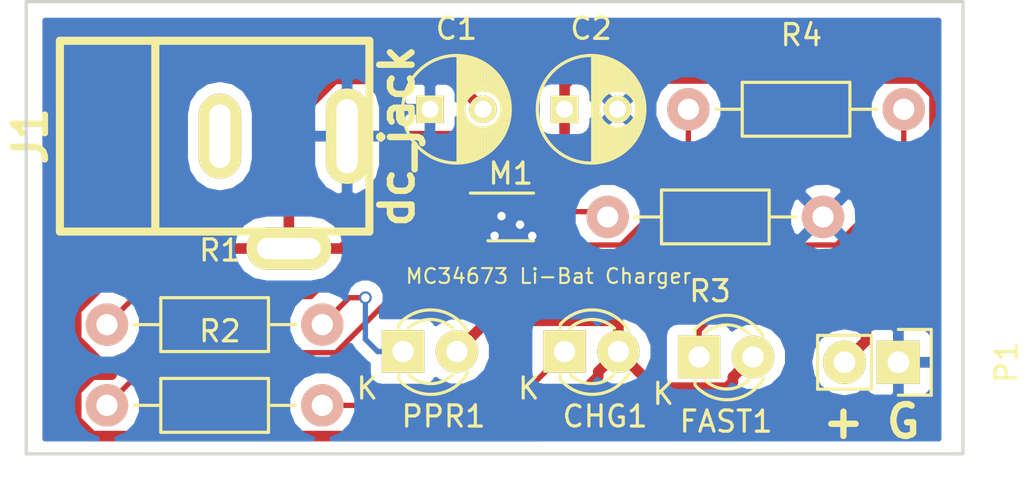
<source format=kicad_pcb>
(kicad_pcb (version 4) (host pcbnew 4.0.3-stable)

  (general
    (links 24)
    (no_connects 1)
    (area 113.0713 88.824999 161.623 112.835)
    (thickness 1.6)
    (drawings 6)
    (tracks 111)
    (zones 0)
    (modules 12)
    (nets 12)
  )

  (page A4)
  (layers
    (0 F.Cu signal)
    (31 B.Cu signal)
    (32 B.Adhes user)
    (33 F.Adhes user)
    (34 B.Paste user)
    (35 F.Paste user)
    (36 B.SilkS user)
    (37 F.SilkS user)
    (38 B.Mask user)
    (39 F.Mask user)
    (40 Dwgs.User user)
    (41 Cmts.User user)
    (42 Eco1.User user)
    (43 Eco2.User user)
    (44 Edge.Cuts user)
    (45 Margin user)
    (46 B.CrtYd user)
    (47 F.CrtYd user)
    (48 B.Fab user)
    (49 F.Fab user)
  )

  (setup
    (last_trace_width 0.25)
    (trace_clearance 0.2)
    (zone_clearance 0.508)
    (zone_45_only no)
    (trace_min 0.2)
    (segment_width 0.2)
    (edge_width 0.15)
    (via_size 0.6)
    (via_drill 0.4)
    (via_min_size 0.4)
    (via_min_drill 0.3)
    (uvia_size 0.3)
    (uvia_drill 0.1)
    (uvias_allowed no)
    (uvia_min_size 0.2)
    (uvia_min_drill 0.1)
    (pcb_text_width 0.3)
    (pcb_text_size 1.5 1.5)
    (mod_edge_width 0.15)
    (mod_text_size 1 1)
    (mod_text_width 0.15)
    (pad_size 1.524 1.524)
    (pad_drill 0.762)
    (pad_to_mask_clearance 0.2)
    (aux_axis_origin 0 0)
    (visible_elements FFFFFF7F)
    (pcbplotparams
      (layerselection 0x010fc_80000001)
      (usegerberextensions false)
      (excludeedgelayer true)
      (linewidth 0.100000)
      (plotframeref false)
      (viasonmask false)
      (mode 1)
      (useauxorigin false)
      (hpglpennumber 1)
      (hpglpenspeed 20)
      (hpglpendiameter 15)
      (hpglpenoverlay 2)
      (psnegative false)
      (psa4output false)
      (plotreference true)
      (plotvalue true)
      (plotinvisibletext false)
      (padsonsilk false)
      (subtractmaskfromsilk false)
      (outputformat 1)
      (mirror false)
      (drillshape 0)
      (scaleselection 1)
      (outputdirectory gerber))
  )

  (net 0 "")
  (net 1 Earth)
  (net 2 +5V)
  (net 3 "Net-(C2-Pad1)")
  (net 4 "Net-(J1-Pad2)")
  (net 5 "Net-(M1-Pad2)")
  (net 6 "Net-(M1-Pad3)")
  (net 7 "Net-(M1-Pad6)")
  (net 8 "Net-(M1-Pad7)")
  (net 9 "Net-(CHG1-Pad1)")
  (net 10 "Net-(FAST1-Pad1)")
  (net 11 "Net-(PPR1-Pad1)")

  (net_class Default "This is the default net class."
    (clearance 0.2)
    (trace_width 0.25)
    (via_dia 0.6)
    (via_drill 0.4)
    (uvia_dia 0.3)
    (uvia_drill 0.1)
    (add_net "Net-(CHG1-Pad1)")
    (add_net "Net-(FAST1-Pad1)")
    (add_net "Net-(J1-Pad2)")
    (add_net "Net-(M1-Pad2)")
    (add_net "Net-(M1-Pad3)")
    (add_net "Net-(M1-Pad6)")
    (add_net "Net-(M1-Pad7)")
    (add_net "Net-(PPR1-Pad1)")
  )

  (net_class Power ""
    (clearance 0.2)
    (trace_width 0.5)
    (via_dia 0.6)
    (via_drill 0.4)
    (uvia_dia 0.3)
    (uvia_drill 0.1)
    (add_net +5V)
    (add_net Earth)
    (add_net "Net-(C2-Pad1)")
  )

  (module Capacitors_ThroughHole:C_Radial_D5_L11_P2.5 (layer F.Cu) (tedit 0) (tstamp 57B83335)
    (at 133.35 93.98)
    (descr "Radial Electrolytic Capacitor Diameter 5mm x Length 11mm, Pitch 2.5mm")
    (tags "Electrolytic Capacitor")
    (path /57B83961)
    (fp_text reference C1 (at 1.25 -3.8) (layer F.SilkS)
      (effects (font (size 1 1) (thickness 0.15)))
    )
    (fp_text value 1uF (at 1.25 3.8) (layer F.Fab)
      (effects (font (size 1 1) (thickness 0.15)))
    )
    (fp_line (start 1.325 -2.499) (end 1.325 2.499) (layer F.SilkS) (width 0.15))
    (fp_line (start 1.465 -2.491) (end 1.465 2.491) (layer F.SilkS) (width 0.15))
    (fp_line (start 1.605 -2.475) (end 1.605 -0.095) (layer F.SilkS) (width 0.15))
    (fp_line (start 1.605 0.095) (end 1.605 2.475) (layer F.SilkS) (width 0.15))
    (fp_line (start 1.745 -2.451) (end 1.745 -0.49) (layer F.SilkS) (width 0.15))
    (fp_line (start 1.745 0.49) (end 1.745 2.451) (layer F.SilkS) (width 0.15))
    (fp_line (start 1.885 -2.418) (end 1.885 -0.657) (layer F.SilkS) (width 0.15))
    (fp_line (start 1.885 0.657) (end 1.885 2.418) (layer F.SilkS) (width 0.15))
    (fp_line (start 2.025 -2.377) (end 2.025 -0.764) (layer F.SilkS) (width 0.15))
    (fp_line (start 2.025 0.764) (end 2.025 2.377) (layer F.SilkS) (width 0.15))
    (fp_line (start 2.165 -2.327) (end 2.165 -0.835) (layer F.SilkS) (width 0.15))
    (fp_line (start 2.165 0.835) (end 2.165 2.327) (layer F.SilkS) (width 0.15))
    (fp_line (start 2.305 -2.266) (end 2.305 -0.879) (layer F.SilkS) (width 0.15))
    (fp_line (start 2.305 0.879) (end 2.305 2.266) (layer F.SilkS) (width 0.15))
    (fp_line (start 2.445 -2.196) (end 2.445 -0.898) (layer F.SilkS) (width 0.15))
    (fp_line (start 2.445 0.898) (end 2.445 2.196) (layer F.SilkS) (width 0.15))
    (fp_line (start 2.585 -2.114) (end 2.585 -0.896) (layer F.SilkS) (width 0.15))
    (fp_line (start 2.585 0.896) (end 2.585 2.114) (layer F.SilkS) (width 0.15))
    (fp_line (start 2.725 -2.019) (end 2.725 -0.871) (layer F.SilkS) (width 0.15))
    (fp_line (start 2.725 0.871) (end 2.725 2.019) (layer F.SilkS) (width 0.15))
    (fp_line (start 2.865 -1.908) (end 2.865 -0.823) (layer F.SilkS) (width 0.15))
    (fp_line (start 2.865 0.823) (end 2.865 1.908) (layer F.SilkS) (width 0.15))
    (fp_line (start 3.005 -1.78) (end 3.005 -0.745) (layer F.SilkS) (width 0.15))
    (fp_line (start 3.005 0.745) (end 3.005 1.78) (layer F.SilkS) (width 0.15))
    (fp_line (start 3.145 -1.631) (end 3.145 -0.628) (layer F.SilkS) (width 0.15))
    (fp_line (start 3.145 0.628) (end 3.145 1.631) (layer F.SilkS) (width 0.15))
    (fp_line (start 3.285 -1.452) (end 3.285 -0.44) (layer F.SilkS) (width 0.15))
    (fp_line (start 3.285 0.44) (end 3.285 1.452) (layer F.SilkS) (width 0.15))
    (fp_line (start 3.425 -1.233) (end 3.425 1.233) (layer F.SilkS) (width 0.15))
    (fp_line (start 3.565 -0.944) (end 3.565 0.944) (layer F.SilkS) (width 0.15))
    (fp_line (start 3.705 -0.472) (end 3.705 0.472) (layer F.SilkS) (width 0.15))
    (fp_circle (center 2.5 0) (end 2.5 -0.9) (layer F.SilkS) (width 0.15))
    (fp_circle (center 1.25 0) (end 1.25 -2.5375) (layer F.SilkS) (width 0.15))
    (fp_circle (center 1.25 0) (end 1.25 -2.8) (layer F.CrtYd) (width 0.05))
    (pad 1 thru_hole rect (at 0 0) (size 1.3 1.3) (drill 0.8) (layers *.Cu *.Mask F.SilkS)
      (net 1 Earth))
    (pad 2 thru_hole circle (at 2.5 0) (size 1.3 1.3) (drill 0.8) (layers *.Cu *.Mask F.SilkS)
      (net 2 +5V))
    (model Capacitors_ThroughHole.3dshapes/C_Radial_D5_L11_P2.5.wrl
      (at (xyz 0.049213 0 0))
      (scale (xyz 1 1 1))
      (rotate (xyz 0 0 90))
    )
  )

  (module Capacitors_ThroughHole:C_Radial_D5_L11_P2.5 (layer F.Cu) (tedit 0) (tstamp 57B8333B)
    (at 139.7 93.98)
    (descr "Radial Electrolytic Capacitor Diameter 5mm x Length 11mm, Pitch 2.5mm")
    (tags "Electrolytic Capacitor")
    (path /57B835DC)
    (fp_text reference C2 (at 1.25 -3.8) (layer F.SilkS)
      (effects (font (size 1 1) (thickness 0.15)))
    )
    (fp_text value 2.2uF (at 1.25 3.8) (layer F.Fab)
      (effects (font (size 1 1) (thickness 0.15)))
    )
    (fp_line (start 1.325 -2.499) (end 1.325 2.499) (layer F.SilkS) (width 0.15))
    (fp_line (start 1.465 -2.491) (end 1.465 2.491) (layer F.SilkS) (width 0.15))
    (fp_line (start 1.605 -2.475) (end 1.605 -0.095) (layer F.SilkS) (width 0.15))
    (fp_line (start 1.605 0.095) (end 1.605 2.475) (layer F.SilkS) (width 0.15))
    (fp_line (start 1.745 -2.451) (end 1.745 -0.49) (layer F.SilkS) (width 0.15))
    (fp_line (start 1.745 0.49) (end 1.745 2.451) (layer F.SilkS) (width 0.15))
    (fp_line (start 1.885 -2.418) (end 1.885 -0.657) (layer F.SilkS) (width 0.15))
    (fp_line (start 1.885 0.657) (end 1.885 2.418) (layer F.SilkS) (width 0.15))
    (fp_line (start 2.025 -2.377) (end 2.025 -0.764) (layer F.SilkS) (width 0.15))
    (fp_line (start 2.025 0.764) (end 2.025 2.377) (layer F.SilkS) (width 0.15))
    (fp_line (start 2.165 -2.327) (end 2.165 -0.835) (layer F.SilkS) (width 0.15))
    (fp_line (start 2.165 0.835) (end 2.165 2.327) (layer F.SilkS) (width 0.15))
    (fp_line (start 2.305 -2.266) (end 2.305 -0.879) (layer F.SilkS) (width 0.15))
    (fp_line (start 2.305 0.879) (end 2.305 2.266) (layer F.SilkS) (width 0.15))
    (fp_line (start 2.445 -2.196) (end 2.445 -0.898) (layer F.SilkS) (width 0.15))
    (fp_line (start 2.445 0.898) (end 2.445 2.196) (layer F.SilkS) (width 0.15))
    (fp_line (start 2.585 -2.114) (end 2.585 -0.896) (layer F.SilkS) (width 0.15))
    (fp_line (start 2.585 0.896) (end 2.585 2.114) (layer F.SilkS) (width 0.15))
    (fp_line (start 2.725 -2.019) (end 2.725 -0.871) (layer F.SilkS) (width 0.15))
    (fp_line (start 2.725 0.871) (end 2.725 2.019) (layer F.SilkS) (width 0.15))
    (fp_line (start 2.865 -1.908) (end 2.865 -0.823) (layer F.SilkS) (width 0.15))
    (fp_line (start 2.865 0.823) (end 2.865 1.908) (layer F.SilkS) (width 0.15))
    (fp_line (start 3.005 -1.78) (end 3.005 -0.745) (layer F.SilkS) (width 0.15))
    (fp_line (start 3.005 0.745) (end 3.005 1.78) (layer F.SilkS) (width 0.15))
    (fp_line (start 3.145 -1.631) (end 3.145 -0.628) (layer F.SilkS) (width 0.15))
    (fp_line (start 3.145 0.628) (end 3.145 1.631) (layer F.SilkS) (width 0.15))
    (fp_line (start 3.285 -1.452) (end 3.285 -0.44) (layer F.SilkS) (width 0.15))
    (fp_line (start 3.285 0.44) (end 3.285 1.452) (layer F.SilkS) (width 0.15))
    (fp_line (start 3.425 -1.233) (end 3.425 1.233) (layer F.SilkS) (width 0.15))
    (fp_line (start 3.565 -0.944) (end 3.565 0.944) (layer F.SilkS) (width 0.15))
    (fp_line (start 3.705 -0.472) (end 3.705 0.472) (layer F.SilkS) (width 0.15))
    (fp_circle (center 2.5 0) (end 2.5 -0.9) (layer F.SilkS) (width 0.15))
    (fp_circle (center 1.25 0) (end 1.25 -2.5375) (layer F.SilkS) (width 0.15))
    (fp_circle (center 1.25 0) (end 1.25 -2.8) (layer F.CrtYd) (width 0.05))
    (pad 1 thru_hole rect (at 0 0) (size 1.3 1.3) (drill 0.8) (layers *.Cu *.Mask F.SilkS)
      (net 3 "Net-(C2-Pad1)"))
    (pad 2 thru_hole circle (at 2.5 0) (size 1.3 1.3) (drill 0.8) (layers *.Cu *.Mask F.SilkS)
      (net 1 Earth))
    (model Capacitors_ThroughHole.3dshapes/C_Radial_D5_L11_P2.5.wrl
      (at (xyz 0.049213 0 0))
      (scale (xyz 1 1 1))
      (rotate (xyz 0 0 90))
    )
  )

  (module footprint:MC34673 (layer F.Cu) (tedit 57B827D1) (tstamp 57B8336D)
    (at 137.16 99.06)
    (descr "NXP MC34673 Battery Managerment IC (see http://cache.nxp.com/files/analog/doc/data_sheet/MC34673.pdf)")
    (tags "DFN 0.5")
    (path /57B82BCB)
    (attr smd)
    (fp_text reference M1 (at 0 -2.05) (layer F.SilkS)
      (effects (font (size 1 1) (thickness 0.15)))
    )
    (fp_text value MC34673 (at 0 2.05) (layer F.Fab)
      (effects (font (size 1 1) (thickness 0.15)))
    )
    (fp_line (start -2.1 -1.3) (end -2.1 1.3) (layer F.CrtYd) (width 0.05))
    (fp_line (start 2.1 -1.3) (end 2.1 1.3) (layer F.CrtYd) (width 0.05))
    (fp_line (start -2.1 -1.3) (end 2.1 -1.3) (layer F.CrtYd) (width 0.05))
    (fp_line (start -2.1 1.3) (end 2.1 1.3) (layer F.CrtYd) (width 0.05))
    (fp_line (start -1.075 1.125) (end 1.075 1.125) (layer F.SilkS) (width 0.15))
    (fp_line (start -1.9 -1.125) (end 1.075 -1.125) (layer F.SilkS) (width 0.15))
    (pad 1 smd rect (at -1.45 -0.75) (size 0.75 0.3) (layers F.Cu F.Paste F.Mask)
      (net 2 +5V))
    (pad 2 smd rect (at -1.45 -0.25) (size 0.75 0.3) (layers F.Cu F.Paste F.Mask)
      (net 5 "Net-(M1-Pad2)"))
    (pad 3 smd rect (at -1.45 0.25) (size 0.75 0.3) (layers F.Cu F.Paste F.Mask)
      (net 6 "Net-(M1-Pad3)"))
    (pad 4 smd rect (at -1.45 0.75) (size 0.75 0.3) (layers F.Cu F.Paste F.Mask)
      (net 1 Earth))
    (pad 5 smd rect (at 1.45 0.75) (size 0.75 0.3) (layers F.Cu F.Paste F.Mask)
      (net 1 Earth))
    (pad 6 smd rect (at 1.45 0.25) (size 0.75 0.3) (layers F.Cu F.Paste F.Mask)
      (net 7 "Net-(M1-Pad6)"))
    (pad 7 smd rect (at 1.45 -0.25) (size 0.75 0.3) (layers F.Cu F.Paste F.Mask)
      (net 8 "Net-(M1-Pad7)"))
    (pad 8 smd rect (at 1.45 -0.75) (size 0.75 0.3) (layers F.Cu F.Paste F.Mask)
      (net 3 "Net-(C2-Pad1)"))
    (pad 5 smd rect (at 0.4375 0.3625) (size 0.875 0.725) (layers F.Cu F.Paste F.Mask)
      (net 1 Earth) (solder_paste_margin_ratio -0.2))
    (pad 5 smd rect (at 0.4375 -0.3625) (size 0.875 0.725) (layers F.Cu F.Paste F.Mask)
      (net 1 Earth) (solder_paste_margin_ratio -0.2))
    (pad 5 smd rect (at -0.4375 0.3625) (size 0.875 0.725) (layers F.Cu F.Paste F.Mask)
      (net 1 Earth) (solder_paste_margin_ratio -0.2))
    (pad 5 smd trapezoid (at -0.4375 -0.04 90) (size 0.875 0.875) (rect_delta 0 0.5 ) (layers F.Cu F.Paste F.Mask)
      (net 1 Earth) (solder_paste_margin_ratio -0.2))
    (model Housings_DFN_QFN.3dshapes/DFN-8-1EP_3x2mm_Pitch0.5mm.wrl
      (at (xyz 0 0 0))
      (scale (xyz 1 1 1))
      (rotate (xyz 0 0 0))
    )
  )

  (module Pin_Headers:Pin_Header_Straight_1x02 (layer F.Cu) (tedit 54EA090C) (tstamp 57B83373)
    (at 155.448 105.918 270)
    (descr "Through hole pin header")
    (tags "pin header")
    (path /57B83761)
    (fp_text reference P1 (at 0 -5.1 270) (layer F.SilkS)
      (effects (font (size 1 1) (thickness 0.15)))
    )
    (fp_text value CONN_01X02 (at 0 -3.1 270) (layer F.Fab)
      (effects (font (size 1 1) (thickness 0.15)))
    )
    (fp_line (start 1.27 1.27) (end 1.27 3.81) (layer F.SilkS) (width 0.15))
    (fp_line (start 1.55 -1.55) (end 1.55 0) (layer F.SilkS) (width 0.15))
    (fp_line (start -1.75 -1.75) (end -1.75 4.3) (layer F.CrtYd) (width 0.05))
    (fp_line (start 1.75 -1.75) (end 1.75 4.3) (layer F.CrtYd) (width 0.05))
    (fp_line (start -1.75 -1.75) (end 1.75 -1.75) (layer F.CrtYd) (width 0.05))
    (fp_line (start -1.75 4.3) (end 1.75 4.3) (layer F.CrtYd) (width 0.05))
    (fp_line (start 1.27 1.27) (end -1.27 1.27) (layer F.SilkS) (width 0.15))
    (fp_line (start -1.55 0) (end -1.55 -1.55) (layer F.SilkS) (width 0.15))
    (fp_line (start -1.55 -1.55) (end 1.55 -1.55) (layer F.SilkS) (width 0.15))
    (fp_line (start -1.27 1.27) (end -1.27 3.81) (layer F.SilkS) (width 0.15))
    (fp_line (start -1.27 3.81) (end 1.27 3.81) (layer F.SilkS) (width 0.15))
    (pad 1 thru_hole rect (at 0 0 270) (size 2.032 2.032) (drill 1.016) (layers *.Cu *.Mask F.SilkS)
      (net 1 Earth))
    (pad 2 thru_hole oval (at 0 2.54 270) (size 2.032 2.032) (drill 1.016) (layers *.Cu *.Mask F.SilkS)
      (net 3 "Net-(C2-Pad1)"))
    (model Pin_Headers.3dshapes/Pin_Header_Straight_1x02.wrl
      (at (xyz 0 -0.05 0))
      (scale (xyz 1 1 1))
      (rotate (xyz 0 0 90))
    )
  )

  (module Resistors_ThroughHole:Resistor_Horizontal_RM10mm (layer F.Cu) (tedit 56648415) (tstamp 57B83379)
    (at 118.11 104.14)
    (descr "Resistor, Axial,  RM 10mm, 1/3W")
    (tags "Resistor Axial RM 10mm 1/3W")
    (path /57B8317E)
    (fp_text reference R1 (at 5.32892 -3.50012) (layer F.SilkS)
      (effects (font (size 1 1) (thickness 0.15)))
    )
    (fp_text value 470 (at 5.08 3.81) (layer F.Fab)
      (effects (font (size 1 1) (thickness 0.15)))
    )
    (fp_line (start -1.25 -1.5) (end 11.4 -1.5) (layer F.CrtYd) (width 0.05))
    (fp_line (start -1.25 1.5) (end -1.25 -1.5) (layer F.CrtYd) (width 0.05))
    (fp_line (start 11.4 -1.5) (end 11.4 1.5) (layer F.CrtYd) (width 0.05))
    (fp_line (start -1.25 1.5) (end 11.4 1.5) (layer F.CrtYd) (width 0.05))
    (fp_line (start 2.54 -1.27) (end 7.62 -1.27) (layer F.SilkS) (width 0.15))
    (fp_line (start 7.62 -1.27) (end 7.62 1.27) (layer F.SilkS) (width 0.15))
    (fp_line (start 7.62 1.27) (end 2.54 1.27) (layer F.SilkS) (width 0.15))
    (fp_line (start 2.54 1.27) (end 2.54 -1.27) (layer F.SilkS) (width 0.15))
    (fp_line (start 2.54 0) (end 1.27 0) (layer F.SilkS) (width 0.15))
    (fp_line (start 7.62 0) (end 8.89 0) (layer F.SilkS) (width 0.15))
    (pad 1 thru_hole circle (at 0 0) (size 1.99898 1.99898) (drill 1.00076) (layers *.Cu *.SilkS *.Mask)
      (net 5 "Net-(M1-Pad2)"))
    (pad 2 thru_hole circle (at 10.16 0) (size 1.99898 1.99898) (drill 1.00076) (layers *.Cu *.SilkS *.Mask)
      (net 11 "Net-(PPR1-Pad1)"))
    (model Resistors_ThroughHole.3dshapes/Resistor_Horizontal_RM10mm.wrl
      (at (xyz 0.2 0 0))
      (scale (xyz 0.4 0.4 0.4))
      (rotate (xyz 0 0 0))
    )
  )

  (module Resistors_ThroughHole:Resistor_Horizontal_RM10mm (layer F.Cu) (tedit 56648415) (tstamp 57B8337F)
    (at 118.11 107.95)
    (descr "Resistor, Axial,  RM 10mm, 1/3W")
    (tags "Resistor Axial RM 10mm 1/3W")
    (path /57B83100)
    (fp_text reference R2 (at 5.32892 -3.50012) (layer F.SilkS)
      (effects (font (size 1 1) (thickness 0.15)))
    )
    (fp_text value 470 (at 5.08 3.81) (layer F.Fab)
      (effects (font (size 1 1) (thickness 0.15)))
    )
    (fp_line (start -1.25 -1.5) (end 11.4 -1.5) (layer F.CrtYd) (width 0.05))
    (fp_line (start -1.25 1.5) (end -1.25 -1.5) (layer F.CrtYd) (width 0.05))
    (fp_line (start 11.4 -1.5) (end 11.4 1.5) (layer F.CrtYd) (width 0.05))
    (fp_line (start -1.25 1.5) (end 11.4 1.5) (layer F.CrtYd) (width 0.05))
    (fp_line (start 2.54 -1.27) (end 7.62 -1.27) (layer F.SilkS) (width 0.15))
    (fp_line (start 7.62 -1.27) (end 7.62 1.27) (layer F.SilkS) (width 0.15))
    (fp_line (start 7.62 1.27) (end 2.54 1.27) (layer F.SilkS) (width 0.15))
    (fp_line (start 2.54 1.27) (end 2.54 -1.27) (layer F.SilkS) (width 0.15))
    (fp_line (start 2.54 0) (end 1.27 0) (layer F.SilkS) (width 0.15))
    (fp_line (start 7.62 0) (end 8.89 0) (layer F.SilkS) (width 0.15))
    (pad 1 thru_hole circle (at 0 0) (size 1.99898 1.99898) (drill 1.00076) (layers *.Cu *.SilkS *.Mask)
      (net 6 "Net-(M1-Pad3)"))
    (pad 2 thru_hole circle (at 10.16 0) (size 1.99898 1.99898) (drill 1.00076) (layers *.Cu *.SilkS *.Mask)
      (net 9 "Net-(CHG1-Pad1)"))
    (model Resistors_ThroughHole.3dshapes/Resistor_Horizontal_RM10mm.wrl
      (at (xyz 0.2 0 0))
      (scale (xyz 0.4 0.4 0.4))
      (rotate (xyz 0 0 0))
    )
  )

  (module Resistors_ThroughHole:Resistor_Horizontal_RM10mm (layer F.Cu) (tedit 56648415) (tstamp 57B83385)
    (at 151.892 99.06 180)
    (descr "Resistor, Axial,  RM 10mm, 1/3W")
    (tags "Resistor Axial RM 10mm 1/3W")
    (path /57B834D1)
    (fp_text reference R3 (at 5.32892 -3.50012 180) (layer F.SilkS)
      (effects (font (size 1 1) (thickness 0.15)))
    )
    (fp_text value 5.23K (at 5.08 3.81 180) (layer F.Fab)
      (effects (font (size 1 1) (thickness 0.15)))
    )
    (fp_line (start -1.25 -1.5) (end 11.4 -1.5) (layer F.CrtYd) (width 0.05))
    (fp_line (start -1.25 1.5) (end -1.25 -1.5) (layer F.CrtYd) (width 0.05))
    (fp_line (start 11.4 -1.5) (end 11.4 1.5) (layer F.CrtYd) (width 0.05))
    (fp_line (start -1.25 1.5) (end 11.4 1.5) (layer F.CrtYd) (width 0.05))
    (fp_line (start 2.54 -1.27) (end 7.62 -1.27) (layer F.SilkS) (width 0.15))
    (fp_line (start 7.62 -1.27) (end 7.62 1.27) (layer F.SilkS) (width 0.15))
    (fp_line (start 7.62 1.27) (end 2.54 1.27) (layer F.SilkS) (width 0.15))
    (fp_line (start 2.54 1.27) (end 2.54 -1.27) (layer F.SilkS) (width 0.15))
    (fp_line (start 2.54 0) (end 1.27 0) (layer F.SilkS) (width 0.15))
    (fp_line (start 7.62 0) (end 8.89 0) (layer F.SilkS) (width 0.15))
    (pad 1 thru_hole circle (at 0 0 180) (size 1.99898 1.99898) (drill 1.00076) (layers *.Cu *.SilkS *.Mask)
      (net 1 Earth))
    (pad 2 thru_hole circle (at 10.16 0 180) (size 1.99898 1.99898) (drill 1.00076) (layers *.Cu *.SilkS *.Mask)
      (net 8 "Net-(M1-Pad7)"))
    (model Resistors_ThroughHole.3dshapes/Resistor_Horizontal_RM10mm.wrl
      (at (xyz 0.2 0 0))
      (scale (xyz 0.4 0.4 0.4))
      (rotate (xyz 0 0 0))
    )
  )

  (module w_conn_misc:dc_socket (layer F.Cu) (tedit 0) (tstamp 57B927AA)
    (at 123.19 95.25 270)
    (descr "Socket, DC power supply")
    (path /57B82DEE)
    (fp_text reference J1 (at 0 8.6995 270) (layer F.SilkS)
      (effects (font (thickness 0.3048)))
    )
    (fp_text value dc_jack (at 0 -8.60044 270) (layer F.SilkS)
      (effects (font (thickness 0.3048)))
    )
    (fp_line (start -4.50088 2.79908) (end 4.50088 2.79908) (layer F.SilkS) (width 0.381))
    (fp_line (start -4.50088 7.29996) (end 4.50088 7.29996) (layer F.SilkS) (width 0.381))
    (fp_line (start 4.50088 7.29996) (end 4.50088 -7.29996) (layer F.SilkS) (width 0.381))
    (fp_line (start 4.50088 -7.29996) (end -4.50088 -7.29996) (layer F.SilkS) (width 0.381))
    (fp_line (start -4.50088 -7.29996) (end -4.50088 7.29996) (layer F.SilkS) (width 0.381))
    (pad 1 thru_hole oval (at 5.30098 -3.50012 270) (size 1.99898 4.0005) (drill oval 1.00076 2.99974) (layers *.Cu *.Mask F.SilkS)
      (net 2 +5V))
    (pad 2 thru_hole oval (at 0 -0.24892 270) (size 4.0005 1.99898) (drill oval 2.99974 1.00076) (layers *.Cu *.Mask F.SilkS)
      (net 4 "Net-(J1-Pad2)"))
    (pad 3 thru_hole oval (at 0 -6.25094 270) (size 4.50088 1.99898) (drill oval 3.50012 1.00076) (layers *.Cu *.Mask F.SilkS)
      (net 1 Earth))
    (model walter/conn_misc/dc_socket.wrl
      (at (xyz 0 0 0))
      (scale (xyz 1 1 1))
      (rotate (xyz 0 0 0))
    )
  )

  (module Resistors_ThroughHole:Resistor_Horizontal_RM10mm (layer F.Cu) (tedit 56648415) (tstamp 57B94D99)
    (at 145.542 93.98)
    (descr "Resistor, Axial,  RM 10mm, 1/3W")
    (tags "Resistor Axial RM 10mm 1/3W")
    (path /57B95199)
    (fp_text reference R4 (at 5.32892 -3.50012) (layer F.SilkS)
      (effects (font (size 1 1) (thickness 0.15)))
    )
    (fp_text value 470 (at 5.08 3.81) (layer F.Fab)
      (effects (font (size 1 1) (thickness 0.15)))
    )
    (fp_line (start -1.25 -1.5) (end 11.4 -1.5) (layer F.CrtYd) (width 0.05))
    (fp_line (start -1.25 1.5) (end -1.25 -1.5) (layer F.CrtYd) (width 0.05))
    (fp_line (start 11.4 -1.5) (end 11.4 1.5) (layer F.CrtYd) (width 0.05))
    (fp_line (start -1.25 1.5) (end 11.4 1.5) (layer F.CrtYd) (width 0.05))
    (fp_line (start 2.54 -1.27) (end 7.62 -1.27) (layer F.SilkS) (width 0.15))
    (fp_line (start 7.62 -1.27) (end 7.62 1.27) (layer F.SilkS) (width 0.15))
    (fp_line (start 7.62 1.27) (end 2.54 1.27) (layer F.SilkS) (width 0.15))
    (fp_line (start 2.54 1.27) (end 2.54 -1.27) (layer F.SilkS) (width 0.15))
    (fp_line (start 2.54 0) (end 1.27 0) (layer F.SilkS) (width 0.15))
    (fp_line (start 7.62 0) (end 8.89 0) (layer F.SilkS) (width 0.15))
    (pad 1 thru_hole circle (at 0 0) (size 1.99898 1.99898) (drill 1.00076) (layers *.Cu *.SilkS *.Mask)
      (net 7 "Net-(M1-Pad6)"))
    (pad 2 thru_hole circle (at 10.16 0) (size 1.99898 1.99898) (drill 1.00076) (layers *.Cu *.SilkS *.Mask)
      (net 10 "Net-(FAST1-Pad1)"))
    (model Resistors_ThroughHole.3dshapes/Resistor_Horizontal_RM10mm.wrl
      (at (xyz 0.2 0 0))
      (scale (xyz 0.4 0.4 0.4))
      (rotate (xyz 0 0 0))
    )
  )

  (module LEDs:LED-3MM (layer F.Cu) (tedit 57B95C19) (tstamp 57B9507F)
    (at 132.08 105.41)
    (descr "LED 3mm round vertical")
    (tags "LED  3mm round vertical")
    (path /57B8309C)
    (fp_text reference PPR1 (at 1.91 3.06) (layer F.SilkS)
      (effects (font (size 1 1) (thickness 0.15)))
    )
    (fp_text value D_Small (at 1.3 -2.9) (layer F.Fab)
      (effects (font (size 1 1) (thickness 0.15)))
    )
    (fp_line (start -1.2 2.3) (end 3.8 2.3) (layer F.CrtYd) (width 0.05))
    (fp_line (start 3.8 2.3) (end 3.8 -2.2) (layer F.CrtYd) (width 0.05))
    (fp_line (start 3.8 -2.2) (end -1.2 -2.2) (layer F.CrtYd) (width 0.05))
    (fp_line (start -1.2 -2.2) (end -1.2 2.3) (layer F.CrtYd) (width 0.05))
    (fp_line (start -0.199 1.314) (end -0.199 1.114) (layer F.SilkS) (width 0.15))
    (fp_line (start -0.199 -1.28) (end -0.199 -1.1) (layer F.SilkS) (width 0.15))
    (fp_arc (start 1.301 0.034) (end -0.199 -1.286) (angle 108.5) (layer F.SilkS) (width 0.15))
    (fp_arc (start 1.301 0.034) (end 0.25 -1.1) (angle 85.7) (layer F.SilkS) (width 0.15))
    (fp_arc (start 1.311 0.034) (end 3.051 0.994) (angle 110) (layer F.SilkS) (width 0.15))
    (fp_arc (start 1.301 0.034) (end 2.335 1.094) (angle 87.5) (layer F.SilkS) (width 0.15))
    (fp_text user K (at -1.69 1.74) (layer F.SilkS)
      (effects (font (size 1 1) (thickness 0.15)))
    )
    (pad 1 thru_hole rect (at 0 0 90) (size 2 2) (drill 1.00076) (layers *.Cu *.Mask F.SilkS)
      (net 11 "Net-(PPR1-Pad1)"))
    (pad 2 thru_hole circle (at 2.54 0) (size 2 2) (drill 1.00076) (layers *.Cu *.Mask F.SilkS)
      (net 2 +5V))
    (model LEDs.3dshapes/LED-3MM.wrl
      (at (xyz 0.05 0 0))
      (scale (xyz 1 1 1))
      (rotate (xyz 0 0 90))
    )
  )

  (module LEDs:LED-3MM (layer F.Cu) (tedit 57B95C1C) (tstamp 57B95084)
    (at 139.7 105.41)
    (descr "LED 3mm round vertical")
    (tags "LED  3mm round vertical")
    (path /57B82FF5)
    (fp_text reference CHG1 (at 1.91 3.06) (layer F.SilkS)
      (effects (font (size 1 1) (thickness 0.15)))
    )
    (fp_text value D_Small (at 1.3 -2.9) (layer F.Fab)
      (effects (font (size 1 1) (thickness 0.15)))
    )
    (fp_line (start -1.2 2.3) (end 3.8 2.3) (layer F.CrtYd) (width 0.05))
    (fp_line (start 3.8 2.3) (end 3.8 -2.2) (layer F.CrtYd) (width 0.05))
    (fp_line (start 3.8 -2.2) (end -1.2 -2.2) (layer F.CrtYd) (width 0.05))
    (fp_line (start -1.2 -2.2) (end -1.2 2.3) (layer F.CrtYd) (width 0.05))
    (fp_line (start -0.199 1.314) (end -0.199 1.114) (layer F.SilkS) (width 0.15))
    (fp_line (start -0.199 -1.28) (end -0.199 -1.1) (layer F.SilkS) (width 0.15))
    (fp_arc (start 1.301 0.034) (end -0.199 -1.286) (angle 108.5) (layer F.SilkS) (width 0.15))
    (fp_arc (start 1.301 0.034) (end 0.25 -1.1) (angle 85.7) (layer F.SilkS) (width 0.15))
    (fp_arc (start 1.311 0.034) (end 3.051 0.994) (angle 110) (layer F.SilkS) (width 0.15))
    (fp_arc (start 1.301 0.034) (end 2.335 1.094) (angle 87.5) (layer F.SilkS) (width 0.15))
    (fp_text user K (at -1.69 1.74) (layer F.SilkS)
      (effects (font (size 1 1) (thickness 0.15)))
    )
    (pad 1 thru_hole rect (at 0 0 90) (size 2 2) (drill 1.00076) (layers *.Cu *.Mask F.SilkS)
      (net 9 "Net-(CHG1-Pad1)"))
    (pad 2 thru_hole circle (at 2.54 0) (size 2 2) (drill 1.00076) (layers *.Cu *.Mask F.SilkS)
      (net 2 +5V))
    (model LEDs.3dshapes/LED-3MM.wrl
      (at (xyz 0.05 0 0))
      (scale (xyz 1 1 1))
      (rotate (xyz 0 0 90))
    )
  )

  (module LEDs:LED-3MM (layer F.Cu) (tedit 57B95C1F) (tstamp 57B95089)
    (at 146.05 105.664)
    (descr "LED 3mm round vertical")
    (tags "LED  3mm round vertical")
    (path /57B95135)
    (fp_text reference FAST1 (at 1.27 3.048) (layer F.SilkS)
      (effects (font (size 1 1) (thickness 0.15)))
    )
    (fp_text value D_Small (at 1.3 -2.9) (layer F.Fab)
      (effects (font (size 1 1) (thickness 0.15)))
    )
    (fp_line (start -1.2 2.3) (end 3.8 2.3) (layer F.CrtYd) (width 0.05))
    (fp_line (start 3.8 2.3) (end 3.8 -2.2) (layer F.CrtYd) (width 0.05))
    (fp_line (start 3.8 -2.2) (end -1.2 -2.2) (layer F.CrtYd) (width 0.05))
    (fp_line (start -1.2 -2.2) (end -1.2 2.3) (layer F.CrtYd) (width 0.05))
    (fp_line (start -0.199 1.314) (end -0.199 1.114) (layer F.SilkS) (width 0.15))
    (fp_line (start -0.199 -1.28) (end -0.199 -1.1) (layer F.SilkS) (width 0.15))
    (fp_arc (start 1.301 0.034) (end -0.199 -1.286) (angle 108.5) (layer F.SilkS) (width 0.15))
    (fp_arc (start 1.301 0.034) (end 0.25 -1.1) (angle 85.7) (layer F.SilkS) (width 0.15))
    (fp_arc (start 1.311 0.034) (end 3.051 0.994) (angle 110) (layer F.SilkS) (width 0.15))
    (fp_arc (start 1.301 0.034) (end 2.335 1.094) (angle 87.5) (layer F.SilkS) (width 0.15))
    (fp_text user K (at -1.69 1.74) (layer F.SilkS)
      (effects (font (size 1 1) (thickness 0.15)))
    )
    (pad 1 thru_hole rect (at 0 0 90) (size 2 2) (drill 1.00076) (layers *.Cu *.Mask F.SilkS)
      (net 10 "Net-(FAST1-Pad1)"))
    (pad 2 thru_hole circle (at 2.54 0) (size 2 2) (drill 1.00076) (layers *.Cu *.Mask F.SilkS)
      (net 2 +5V))
    (model LEDs.3dshapes/LED-3MM.wrl
      (at (xyz 0.05 0 0))
      (scale (xyz 1 1 1))
      (rotate (xyz 0 0 90))
    )
  )

  (gr_text "MC34673 Li-Bat Charger" (at 138.938 101.854) (layer F.SilkS)
    (effects (font (size 0.7 0.7) (thickness 0.1)))
  )
  (gr_text "+ G" (at 154.178 108.712) (layer F.SilkS)
    (effects (font (size 1.5 1.5) (thickness 0.3)))
  )
  (gr_line (start 114.3 110.236) (end 114.3 88.9) (layer Edge.Cuts) (width 0.15))
  (gr_line (start 158.496 110.236) (end 114.3 110.236) (layer Edge.Cuts) (width 0.15))
  (gr_line (start 158.496 88.9) (end 158.496 110.236) (layer Edge.Cuts) (width 0.15))
  (gr_line (start 114.3 88.9) (end 158.496 88.9) (layer Edge.Cuts) (width 0.15))

  (segment (start 138.176 99.94976) (end 138.47024 99.94976) (width 0.5) (layer F.Cu) (net 1))
  (segment (start 136.398 99.94976) (end 138.176 99.94976) (width 0.5) (layer F.Cu) (net 1))
  (segment (start 137.11476 99.94976) (end 138.175199 99.956413) (width 0.5) (layer F.Cu) (net 1))
  (segment (start 138.175199 99.956413) (end 138.47024 99.94976) (width 0.5) (layer F.Cu) (net 1))
  (segment (start 138.176 99.94976) (end 138.176 99.955612) (width 0.5) (layer F.Cu) (net 1))
  (segment (start 138.176 99.955612) (end 138.175199 99.956413) (width 0.5) (layer F.Cu) (net 1))
  (via (at 138.175199 99.956413) (size 0.6) (drill 0.4) (layers F.Cu B.Cu) (net 1))
  (segment (start 136.144 99.94976) (end 136.398 99.94976) (width 0.5) (layer F.Cu) (net 1))
  (via (at 136.398 99.94976) (size 0.6) (drill 0.4) (layers F.Cu B.Cu) (net 1))
  (via (at 137.5975 99.4225) (size 0.6) (drill 0.4) (layers F.Cu B.Cu) (net 1))
  (via (at 136.7225 99.02) (size 0.6) (drill 0.4) (layers F.Cu B.Cu) (net 1))
  (segment (start 136.7225 99.02) (end 136.7225 99.5575) (width 0.5) (layer F.Cu) (net 1))
  (segment (start 136.7225 99.5575) (end 137.11476 99.94976) (width 0.5) (layer F.Cu) (net 1))
  (segment (start 136.7225 99.5575) (end 136.369999 99.910001) (width 0.5) (layer F.Cu) (net 1))
  (segment (start 136.369999 99.910001) (end 135.71 99.910001) (width 0.5) (layer F.Cu) (net 1))
  (segment (start 138.47024 99.94976) (end 138.509999 99.910001) (width 0.5) (layer F.Cu) (net 1))
  (segment (start 138.509999 99.910001) (end 138.61 99.910001) (width 0.5) (layer F.Cu) (net 1))
  (segment (start 137.922 99.910001) (end 138.176 99.910001) (width 0.5) (layer F.Cu) (net 1))
  (segment (start 138.176 99.910001) (end 138.509999 99.910001) (width 0.5) (layer F.Cu) (net 1))
  (segment (start 136.144 99.94976) (end 138.136241 99.94976) (width 0.5) (layer F.Cu) (net 1))
  (segment (start 138.136241 99.94976) (end 138.176 99.910001) (width 0.5) (layer F.Cu) (net 1))
  (segment (start 129.44094 95.25) (end 135.0125 95.25) (width 0.5) (layer F.Cu) (net 1))
  (segment (start 135.0125 95.25) (end 137.16 97.3975) (width 0.5) (layer F.Cu) (net 1))
  (segment (start 137.16 97.3975) (end 137.16 99.910001) (width 0.5) (layer F.Cu) (net 1))
  (segment (start 137.16 99.910001) (end 137.922 99.910001) (width 0.5) (layer F.Cu) (net 1))
  (segment (start 136.144 99.910001) (end 135.71 99.910001) (width 0.5) (layer F.Cu) (net 1))
  (segment (start 136.445001 99.910001) (end 136.144 99.910001) (width 0.5) (layer F.Cu) (net 1))
  (segment (start 136.144 99.910001) (end 136.144 99.94976) (width 0.5) (layer F.Cu) (net 1))
  (segment (start 136.144 99.94976) (end 136.149999 99.955759) (width 0.5) (layer F.Cu) (net 1))
  (segment (start 137.16 99.910001) (end 136.906 99.910001) (width 0.5) (layer F.Cu) (net 1))
  (segment (start 136.906 99.910001) (end 136.445001 99.910001) (width 0.5) (layer F.Cu) (net 1) (tstamp 57B95859))
  (segment (start 148.59 105.664) (end 147.640001 106.613999) (width 0.5) (layer F.Cu) (net 2))
  (segment (start 147.640001 106.613999) (end 147.640001 106.834001) (width 0.5) (layer F.Cu) (net 2))
  (segment (start 143.189999 106.359999) (end 142.24 105.41) (width 0.5) (layer F.Cu) (net 2))
  (segment (start 147.640001 106.834001) (end 147.360001 107.114001) (width 0.5) (layer F.Cu) (net 2))
  (segment (start 147.360001 107.114001) (end 143.944001 107.114001) (width 0.5) (layer F.Cu) (net 2))
  (segment (start 143.944001 107.114001) (end 143.189999 106.359999) (width 0.5) (layer F.Cu) (net 2))
  (segment (start 126.69012 100.55098) (end 126.69012 94.699968) (width 0.5) (layer F.Cu) (net 2))
  (segment (start 126.69012 94.699968) (end 128.840538 92.54955) (width 0.5) (layer F.Cu) (net 2))
  (segment (start 134.41955 92.54955) (end 135.200001 93.330001) (width 0.5) (layer F.Cu) (net 2))
  (segment (start 128.840538 92.54955) (end 134.41955 92.54955) (width 0.5) (layer F.Cu) (net 2))
  (segment (start 135.200001 93.330001) (end 135.85 93.98) (width 0.5) (layer F.Cu) (net 2))
  (segment (start 142.24 105.41) (end 141.290001 106.359999) (width 0.5) (layer F.Cu) (net 2))
  (segment (start 116.660509 107.254243) (end 117.414243 106.500509) (width 0.5) (layer F.Cu) (net 2))
  (segment (start 141.290001 106.359999) (end 141.290001 106.580001) (width 0.5) (layer F.Cu) (net 2))
  (segment (start 141.290001 106.580001) (end 138.470511 109.399491) (width 0.5) (layer F.Cu) (net 2))
  (segment (start 117.414243 109.399491) (end 116.660509 108.645757) (width 0.5) (layer F.Cu) (net 2))
  (segment (start 138.470511 109.399491) (end 117.414243 109.399491) (width 0.5) (layer F.Cu) (net 2))
  (segment (start 116.660509 108.645757) (end 116.660509 107.254243) (width 0.5) (layer F.Cu) (net 2))
  (segment (start 117.414243 106.500509) (end 118.325261 106.500509) (width 0.5) (layer F.Cu) (net 2))
  (segment (start 118.325261 106.500509) (end 116.660509 104.835757) (width 0.5) (layer F.Cu) (net 2))
  (segment (start 116.660509 103.444243) (end 119.553772 100.55098) (width 0.5) (layer F.Cu) (net 2))
  (segment (start 116.660509 104.835757) (end 116.660509 103.444243) (width 0.5) (layer F.Cu) (net 2))
  (segment (start 119.553772 100.55098) (end 124.18987 100.55098) (width 0.5) (layer F.Cu) (net 2))
  (segment (start 124.18987 100.55098) (end 126.69012 100.55098) (width 0.5) (layer F.Cu) (net 2))
  (segment (start 134.62 105.41) (end 136.070001 103.959999) (width 0.5) (layer F.Cu) (net 2))
  (segment (start 136.070001 103.959999) (end 142.133501 103.959999) (width 0.5) (layer F.Cu) (net 2))
  (segment (start 142.133501 103.959999) (end 142.24 104.066498) (width 0.5) (layer F.Cu) (net 2))
  (segment (start 142.24 104.066498) (end 142.24 105.41) (width 0.5) (layer F.Cu) (net 2))
  (segment (start 126.69012 100.55098) (end 129.19037 100.55098) (width 0.5) (layer F.Cu) (net 2))
  (segment (start 129.19037 100.55098) (end 131.531351 98.209999) (width 0.5) (layer F.Cu) (net 2))
  (segment (start 131.531351 98.209999) (end 134.974999 98.209999) (width 0.5) (layer F.Cu) (net 2))
  (segment (start 134.974999 98.209999) (end 135.71 98.209999) (width 0.5) (layer F.Cu) (net 2))
  (segment (start 152.908 105.918) (end 153.923999 104.902001) (width 0.5) (layer F.Cu) (net 3))
  (segment (start 139.999491 92.530509) (end 139.7 92.83) (width 0.5) (layer F.Cu) (net 3))
  (segment (start 153.923999 104.902001) (end 153.923999 99.801435) (width 0.5) (layer F.Cu) (net 3))
  (segment (start 153.923999 99.801435) (end 157.151491 96.573943) (width 0.5) (layer F.Cu) (net 3))
  (segment (start 157.151491 96.573943) (end 157.151491 93.284243) (width 0.5) (layer F.Cu) (net 3))
  (segment (start 157.151491 93.284243) (end 156.397757 92.530509) (width 0.5) (layer F.Cu) (net 3))
  (segment (start 156.397757 92.530509) (end 139.999491 92.530509) (width 0.5) (layer F.Cu) (net 3))
  (segment (start 139.7 92.83) (end 139.7 93.98) (width 0.5) (layer F.Cu) (net 3))
  (segment (start 139.7 93.98) (end 139.7 97.119999) (width 0.5) (layer F.Cu) (net 3))
  (segment (start 139.7 97.119999) (end 138.61 98.209999) (width 0.5) (layer F.Cu) (net 3))
  (segment (start 118.11 104.14) (end 119.434491 102.815509) (width 0.25) (layer F.Cu) (net 5))
  (segment (start 119.434491 102.815509) (end 127.739027 102.815509) (width 0.25) (layer F.Cu) (net 5))
  (segment (start 127.739027 102.815509) (end 131.748536 98.806) (width 0.25) (layer F.Cu) (net 5))
  (segment (start 131.748536 98.806) (end 131.752536 98.81) (width 0.25) (layer F.Cu) (net 5))
  (segment (start 131.752536 98.81) (end 135.71 98.81) (width 0.25) (layer F.Cu) (net 5))
  (segment (start 135.074999 99.285001) (end 135.074999 99.299999) (width 0.25) (layer F.Cu) (net 6))
  (segment (start 135.074999 99.299999) (end 135.085 99.31) (width 0.25) (layer F.Cu) (net 6))
  (segment (start 135.085 99.31) (end 135.71 99.31) (width 0.25) (layer F.Cu) (net 6))
  (segment (start 135.050008 99.26001) (end 135.074999 99.285001) (width 0.25) (layer F.Cu) (net 6))
  (segment (start 131.930936 99.26001) (end 135.050008 99.26001) (width 0.25) (layer F.Cu) (net 6))
  (segment (start 131.572 99.618946) (end 131.930936 99.26001) (width 0.25) (layer F.Cu) (net 6))
  (segment (start 118.11 107.95) (end 120.595509 105.464491) (width 0.25) (layer F.Cu) (net 6))
  (segment (start 120.595509 105.464491) (end 128.905757 105.464491) (width 0.25) (layer F.Cu) (net 6))
  (segment (start 128.905757 105.464491) (end 131.572 102.798248) (width 0.25) (layer F.Cu) (net 6))
  (segment (start 131.572 102.798248) (end 131.572 99.618946) (width 0.25) (layer F.Cu) (net 6))
  (segment (start 138.61 99.31) (end 139.235 99.31) (width 0.25) (layer F.Cu) (net 7))
  (segment (start 145.542 95.393492) (end 145.542 93.98) (width 0.25) (layer F.Cu) (net 7))
  (segment (start 139.235 99.31) (end 140.309491 100.384491) (width 0.25) (layer F.Cu) (net 7))
  (segment (start 140.309491 100.384491) (end 142.367757 100.384491) (width 0.25) (layer F.Cu) (net 7))
  (segment (start 142.367757 100.384491) (end 145.542 97.210248) (width 0.25) (layer F.Cu) (net 7))
  (segment (start 145.542 97.210248) (end 145.542 95.393492) (width 0.25) (layer F.Cu) (net 7))
  (segment (start 138.61 98.81) (end 141.482 98.81) (width 0.25) (layer F.Cu) (net 8))
  (segment (start 141.482 98.81) (end 141.732 99.06) (width 0.25) (layer F.Cu) (net 8))
  (segment (start 128.27 107.95) (end 137.21 107.95) (width 0.25) (layer F.Cu) (net 9))
  (segment (start 137.21 107.95) (end 139.7 105.46) (width 0.25) (layer F.Cu) (net 9))
  (segment (start 139.7 105.46) (end 139.7 105.41) (width 0.25) (layer F.Cu) (net 9))
  (segment (start 146.05 105.664) (end 146.05 104.414) (width 0.25) (layer F.Cu) (net 10))
  (segment (start 146.05 104.414) (end 150.079509 100.384491) (width 0.25) (layer F.Cu) (net 10))
  (segment (start 150.079509 100.384491) (end 152.527757 100.384491) (width 0.25) (layer F.Cu) (net 10))
  (segment (start 152.527757 100.384491) (end 155.702 97.210248) (width 0.25) (layer F.Cu) (net 10))
  (segment (start 155.702 97.210248) (end 155.702 95.393492) (width 0.25) (layer F.Cu) (net 10))
  (segment (start 155.702 95.393492) (end 155.702 93.98) (width 0.25) (layer F.Cu) (net 10))
  (segment (start 130.302 102.87) (end 130.302 104.832) (width 0.25) (layer B.Cu) (net 11))
  (segment (start 130.302 104.832) (end 130.88 105.41) (width 0.25) (layer B.Cu) (net 11))
  (segment (start 130.88 105.41) (end 132.08 105.41) (width 0.25) (layer B.Cu) (net 11))
  (segment (start 128.27 104.14) (end 129.54 102.87) (width 0.25) (layer F.Cu) (net 11))
  (segment (start 129.54 102.87) (end 130.302 102.87) (width 0.25) (layer F.Cu) (net 11))
  (via (at 130.302 102.87) (size 0.6) (drill 0.4) (layers F.Cu B.Cu) (net 11))

  (zone (net 1) (net_name Earth) (layer B.Cu) (tstamp 0) (hatch edge 0.508)
    (connect_pads (clearance 0.508))
    (min_thickness 0.254)
    (fill yes (arc_segments 16) (thermal_gap 0.508) (thermal_bridge_width 0.508))
    (polygon
      (pts
        (xy 115.062 89.662) (xy 157.48 89.662) (xy 157.48 109.728) (xy 115.062 109.728)
      )
    )
    (filled_polygon
      (pts
        (xy 157.353 109.526) (xy 128.735938 109.526) (xy 129.194655 109.336462) (xy 129.654846 108.877073) (xy 129.904206 108.276547)
        (xy 129.904774 107.626306) (xy 129.656462 107.025345) (xy 129.197073 106.565154) (xy 128.596547 106.315794) (xy 127.946306 106.315226)
        (xy 127.345345 106.563538) (xy 126.885154 107.022927) (xy 126.635794 107.623453) (xy 126.635226 108.273694) (xy 126.883538 108.874655)
        (xy 127.342927 109.334846) (xy 127.803277 109.526) (xy 118.575938 109.526) (xy 119.034655 109.336462) (xy 119.494846 108.877073)
        (xy 119.744206 108.276547) (xy 119.744774 107.626306) (xy 119.496462 107.025345) (xy 119.037073 106.565154) (xy 118.436547 106.315794)
        (xy 117.786306 106.315226) (xy 117.185345 106.563538) (xy 116.725154 107.022927) (xy 116.475794 107.623453) (xy 116.475226 108.273694)
        (xy 116.723538 108.874655) (xy 117.182927 109.334846) (xy 117.643277 109.526) (xy 115.189 109.526) (xy 115.189 104.463694)
        (xy 116.475226 104.463694) (xy 116.723538 105.064655) (xy 117.182927 105.524846) (xy 117.783453 105.774206) (xy 118.433694 105.774774)
        (xy 119.034655 105.526462) (xy 119.494846 105.067073) (xy 119.744206 104.466547) (xy 119.744208 104.463694) (xy 126.635226 104.463694)
        (xy 126.883538 105.064655) (xy 127.342927 105.524846) (xy 127.943453 105.774206) (xy 128.593694 105.774774) (xy 129.194655 105.526462)
        (xy 129.599708 105.122115) (xy 129.599852 105.122839) (xy 129.764599 105.369401) (xy 130.342599 105.947401) (xy 130.43256 106.007511)
        (xy 130.43256 106.41) (xy 130.476838 106.645317) (xy 130.61591 106.861441) (xy 130.82811 107.006431) (xy 131.08 107.05744)
        (xy 133.08 107.05744) (xy 133.315317 107.013162) (xy 133.531441 106.87409) (xy 133.62891 106.731439) (xy 133.692637 106.795278)
        (xy 134.293352 107.044716) (xy 134.943795 107.045284) (xy 135.544943 106.796894) (xy 136.005278 106.337363) (xy 136.254716 105.736648)
        (xy 136.255284 105.086205) (xy 136.006894 104.485057) (xy 135.931969 104.41) (xy 138.05256 104.41) (xy 138.05256 106.41)
        (xy 138.096838 106.645317) (xy 138.23591 106.861441) (xy 138.44811 107.006431) (xy 138.7 107.05744) (xy 140.7 107.05744)
        (xy 140.935317 107.013162) (xy 141.151441 106.87409) (xy 141.24891 106.731439) (xy 141.312637 106.795278) (xy 141.913352 107.044716)
        (xy 142.563795 107.045284) (xy 143.164943 106.796894) (xy 143.625278 106.337363) (xy 143.874716 105.736648) (xy 143.875284 105.086205)
        (xy 143.700832 104.664) (xy 144.40256 104.664) (xy 144.40256 106.664) (xy 144.446838 106.899317) (xy 144.58591 107.115441)
        (xy 144.79811 107.260431) (xy 145.05 107.31144) (xy 147.05 107.31144) (xy 147.285317 107.267162) (xy 147.501441 107.12809)
        (xy 147.59891 106.985439) (xy 147.662637 107.049278) (xy 148.263352 107.298716) (xy 148.913795 107.299284) (xy 149.514943 107.050894)
        (xy 149.975278 106.591363) (xy 150.224716 105.990648) (xy 150.224807 105.885655) (xy 151.257 105.885655) (xy 151.257 105.950345)
        (xy 151.382675 106.582155) (xy 151.740567 107.117778) (xy 152.27619 107.47567) (xy 152.908 107.601345) (xy 153.53981 107.47567)
        (xy 153.876001 107.251034) (xy 153.893673 107.293698) (xy 154.072301 107.472327) (xy 154.30569 107.569) (xy 155.16225 107.569)
        (xy 155.321 107.41025) (xy 155.321 106.045) (xy 155.575 106.045) (xy 155.575 107.41025) (xy 155.73375 107.569)
        (xy 156.59031 107.569) (xy 156.823699 107.472327) (xy 157.002327 107.293698) (xy 157.099 107.060309) (xy 157.099 106.20375)
        (xy 156.94025 106.045) (xy 155.575 106.045) (xy 155.321 106.045) (xy 155.301 106.045) (xy 155.301 105.791)
        (xy 155.321 105.791) (xy 155.321 104.42575) (xy 155.575 104.42575) (xy 155.575 105.791) (xy 156.94025 105.791)
        (xy 157.099 105.63225) (xy 157.099 104.775691) (xy 157.002327 104.542302) (xy 156.823699 104.363673) (xy 156.59031 104.267)
        (xy 155.73375 104.267) (xy 155.575 104.42575) (xy 155.321 104.42575) (xy 155.16225 104.267) (xy 154.30569 104.267)
        (xy 154.072301 104.363673) (xy 153.893673 104.542302) (xy 153.876001 104.584966) (xy 153.53981 104.36033) (xy 152.908 104.234655)
        (xy 152.27619 104.36033) (xy 151.740567 104.718222) (xy 151.382675 105.253845) (xy 151.257 105.885655) (xy 150.224807 105.885655)
        (xy 150.225284 105.340205) (xy 149.976894 104.739057) (xy 149.517363 104.278722) (xy 148.916648 104.029284) (xy 148.266205 104.028716)
        (xy 147.665057 104.277106) (xy 147.598426 104.343621) (xy 147.51409 104.212559) (xy 147.30189 104.067569) (xy 147.05 104.01656)
        (xy 145.05 104.01656) (xy 144.814683 104.060838) (xy 144.598559 104.19991) (xy 144.453569 104.41211) (xy 144.40256 104.664)
        (xy 143.700832 104.664) (xy 143.626894 104.485057) (xy 143.167363 104.024722) (xy 142.566648 103.775284) (xy 141.916205 103.774716)
        (xy 141.315057 104.023106) (xy 141.248426 104.089621) (xy 141.16409 103.958559) (xy 140.95189 103.813569) (xy 140.7 103.76256)
        (xy 138.7 103.76256) (xy 138.464683 103.806838) (xy 138.248559 103.94591) (xy 138.103569 104.15811) (xy 138.05256 104.41)
        (xy 135.931969 104.41) (xy 135.547363 104.024722) (xy 134.946648 103.775284) (xy 134.296205 103.774716) (xy 133.695057 104.023106)
        (xy 133.628426 104.089621) (xy 133.54409 103.958559) (xy 133.33189 103.813569) (xy 133.08 103.76256) (xy 131.08 103.76256)
        (xy 131.062 103.765947) (xy 131.062 103.432463) (xy 131.094192 103.400327) (xy 131.236838 103.056799) (xy 131.237162 102.684833)
        (xy 131.095117 102.341057) (xy 130.832327 102.077808) (xy 130.488799 101.935162) (xy 130.116833 101.934838) (xy 129.773057 102.076883)
        (xy 129.509808 102.339673) (xy 129.367162 102.683201) (xy 129.366951 102.925329) (xy 129.197073 102.755154) (xy 128.596547 102.505794)
        (xy 127.946306 102.505226) (xy 127.345345 102.753538) (xy 126.885154 103.212927) (xy 126.635794 103.813453) (xy 126.635226 104.463694)
        (xy 119.744208 104.463694) (xy 119.744774 103.816306) (xy 119.496462 103.215345) (xy 119.037073 102.755154) (xy 118.436547 102.505794)
        (xy 117.786306 102.505226) (xy 117.185345 102.753538) (xy 116.725154 103.212927) (xy 116.475794 103.813453) (xy 116.475226 104.463694)
        (xy 115.189 104.463694) (xy 115.189 100.55098) (xy 124.003242 100.55098) (xy 124.12766 101.176472) (xy 124.481973 101.706739)
        (xy 125.01224 102.061052) (xy 125.637732 102.18547) (xy 127.742508 102.18547) (xy 128.368 102.061052) (xy 128.898267 101.706739)
        (xy 129.25258 101.176472) (xy 129.376998 100.55098) (xy 129.25258 99.925488) (xy 128.898267 99.395221) (xy 128.881016 99.383694)
        (xy 140.097226 99.383694) (xy 140.345538 99.984655) (xy 140.804927 100.444846) (xy 141.405453 100.694206) (xy 142.055694 100.694774)
        (xy 142.656655 100.446462) (xy 142.891363 100.212163) (xy 150.919443 100.212163) (xy 151.018042 100.478965) (xy 151.627582 100.705401)
        (xy 152.277377 100.681341) (xy 152.765958 100.478965) (xy 152.864557 100.212163) (xy 151.892 99.239605) (xy 150.919443 100.212163)
        (xy 142.891363 100.212163) (xy 143.116846 99.987073) (xy 143.366206 99.386547) (xy 143.366722 98.795582) (xy 150.246599 98.795582)
        (xy 150.270659 99.445377) (xy 150.473035 99.933958) (xy 150.739837 100.032557) (xy 151.712395 99.06) (xy 152.071605 99.06)
        (xy 153.044163 100.032557) (xy 153.310965 99.933958) (xy 153.537401 99.324418) (xy 153.513341 98.674623) (xy 153.310965 98.186042)
        (xy 153.044163 98.087443) (xy 152.071605 99.06) (xy 151.712395 99.06) (xy 150.739837 98.087443) (xy 150.473035 98.186042)
        (xy 150.246599 98.795582) (xy 143.366722 98.795582) (xy 143.366774 98.736306) (xy 143.118462 98.135345) (xy 142.891351 97.907837)
        (xy 150.919443 97.907837) (xy 151.892 98.880395) (xy 152.864557 97.907837) (xy 152.765958 97.641035) (xy 152.156418 97.414599)
        (xy 151.506623 97.438659) (xy 151.018042 97.641035) (xy 150.919443 97.907837) (xy 142.891351 97.907837) (xy 142.659073 97.675154)
        (xy 142.058547 97.425794) (xy 141.408306 97.425226) (xy 140.807345 97.673538) (xy 140.347154 98.132927) (xy 140.097794 98.733453)
        (xy 140.097226 99.383694) (xy 128.881016 99.383694) (xy 128.368 99.040908) (xy 127.742508 98.91649) (xy 125.637732 98.91649)
        (xy 125.01224 99.040908) (xy 124.481973 99.395221) (xy 124.12766 99.925488) (xy 124.003242 100.55098) (xy 115.189 100.55098)
        (xy 115.189 94.197612) (xy 121.80443 94.197612) (xy 121.80443 96.302388) (xy 121.928848 96.92788) (xy 122.283161 97.458147)
        (xy 122.813428 97.81246) (xy 123.43892 97.936878) (xy 124.064412 97.81246) (xy 124.594679 97.458147) (xy 124.948992 96.92788)
        (xy 125.07341 96.302388) (xy 125.07341 95.377) (xy 127.80645 95.377) (xy 127.80645 96.62795) (xy 127.979469 97.243775)
        (xy 128.374984 97.746512) (xy 128.932781 98.059623) (xy 129.060586 98.090569) (xy 129.31394 97.971215) (xy 129.31394 95.377)
        (xy 129.56794 95.377) (xy 129.56794 97.971215) (xy 129.821294 98.090569) (xy 129.949099 98.059623) (xy 130.506896 97.746512)
        (xy 130.902411 97.243775) (xy 131.07543 96.62795) (xy 131.07543 95.377) (xy 129.56794 95.377) (xy 129.31394 95.377)
        (xy 127.80645 95.377) (xy 125.07341 95.377) (xy 125.07341 94.197612) (xy 125.008652 93.87205) (xy 127.80645 93.87205)
        (xy 127.80645 95.123) (xy 129.31394 95.123) (xy 129.31394 92.528785) (xy 129.56794 92.528785) (xy 129.56794 95.123)
        (xy 131.07543 95.123) (xy 131.07543 94.26575) (xy 132.065 94.26575) (xy 132.065 94.75631) (xy 132.161673 94.989699)
        (xy 132.340302 95.168327) (xy 132.573691 95.265) (xy 133.06425 95.265) (xy 133.223 95.10625) (xy 133.223 94.107)
        (xy 132.22375 94.107) (xy 132.065 94.26575) (xy 131.07543 94.26575) (xy 131.07543 93.87205) (xy 130.902411 93.256225)
        (xy 130.861081 93.20369) (xy 132.065 93.20369) (xy 132.065 93.69425) (xy 132.22375 93.853) (xy 133.223 93.853)
        (xy 133.223 92.85375) (xy 133.477 92.85375) (xy 133.477 93.853) (xy 133.497 93.853) (xy 133.497 94.107)
        (xy 133.477 94.107) (xy 133.477 95.10625) (xy 133.63575 95.265) (xy 134.126309 95.265) (xy 134.359698 95.168327)
        (xy 134.538327 94.989699) (xy 134.635 94.75631) (xy 134.635 94.404433) (xy 134.759995 94.706943) (xy 135.121155 95.068735)
        (xy 135.593276 95.264777) (xy 136.104481 95.265223) (xy 136.576943 95.070005) (xy 136.938735 94.708845) (xy 137.134777 94.236724)
        (xy 137.135223 93.725519) (xy 136.971798 93.33) (xy 138.40256 93.33) (xy 138.40256 94.63) (xy 138.446838 94.865317)
        (xy 138.58591 95.081441) (xy 138.79811 95.226431) (xy 139.05 95.27744) (xy 140.35 95.27744) (xy 140.585317 95.233162)
        (xy 140.801441 95.09409) (xy 140.946431 94.88189) (xy 140.947012 94.879016) (xy 141.48059 94.879016) (xy 141.536271 95.109611)
        (xy 142.019078 95.277622) (xy 142.529428 95.248083) (xy 142.863729 95.109611) (xy 142.91941 94.879016) (xy 142.2 94.159605)
        (xy 141.48059 94.879016) (xy 140.947012 94.879016) (xy 140.99744 94.63) (xy 140.99744 94.467615) (xy 141.070389 94.643729)
        (xy 141.300984 94.69941) (xy 142.020395 93.98) (xy 142.379605 93.98) (xy 143.099016 94.69941) (xy 143.329611 94.643729)
        (xy 143.447939 94.303694) (xy 143.907226 94.303694) (xy 144.155538 94.904655) (xy 144.614927 95.364846) (xy 145.215453 95.614206)
        (xy 145.865694 95.614774) (xy 146.466655 95.366462) (xy 146.926846 94.907073) (xy 147.176206 94.306547) (xy 147.176208 94.303694)
        (xy 154.067226 94.303694) (xy 154.315538 94.904655) (xy 154.774927 95.364846) (xy 155.375453 95.614206) (xy 156.025694 95.614774)
        (xy 156.626655 95.366462) (xy 157.086846 94.907073) (xy 157.336206 94.306547) (xy 157.336774 93.656306) (xy 157.088462 93.055345)
        (xy 156.629073 92.595154) (xy 156.028547 92.345794) (xy 155.378306 92.345226) (xy 154.777345 92.593538) (xy 154.317154 93.052927)
        (xy 154.067794 93.653453) (xy 154.067226 94.303694) (xy 147.176208 94.303694) (xy 147.176774 93.656306) (xy 146.928462 93.055345)
        (xy 146.469073 92.595154) (xy 145.868547 92.345794) (xy 145.218306 92.345226) (xy 144.617345 92.593538) (xy 144.157154 93.052927)
        (xy 143.907794 93.653453) (xy 143.907226 94.303694) (xy 143.447939 94.303694) (xy 143.497622 94.160922) (xy 143.468083 93.650572)
        (xy 143.329611 93.316271) (xy 143.099016 93.26059) (xy 142.379605 93.98) (xy 142.020395 93.98) (xy 141.300984 93.26059)
        (xy 141.070389 93.316271) (xy 140.99744 93.525902) (xy 140.99744 93.33) (xy 140.953162 93.094683) (xy 140.944347 93.080984)
        (xy 141.48059 93.080984) (xy 142.2 93.800395) (xy 142.91941 93.080984) (xy 142.863729 92.850389) (xy 142.380922 92.682378)
        (xy 141.870572 92.711917) (xy 141.536271 92.850389) (xy 141.48059 93.080984) (xy 140.944347 93.080984) (xy 140.81409 92.878559)
        (xy 140.60189 92.733569) (xy 140.35 92.68256) (xy 139.05 92.68256) (xy 138.814683 92.726838) (xy 138.598559 92.86591)
        (xy 138.453569 93.07811) (xy 138.40256 93.33) (xy 136.971798 93.33) (xy 136.940005 93.253057) (xy 136.578845 92.891265)
        (xy 136.106724 92.695223) (xy 135.595519 92.694777) (xy 135.123057 92.889995) (xy 134.761265 93.251155) (xy 134.635 93.555235)
        (xy 134.635 93.20369) (xy 134.538327 92.970301) (xy 134.359698 92.791673) (xy 134.126309 92.695) (xy 133.63575 92.695)
        (xy 133.477 92.85375) (xy 133.223 92.85375) (xy 133.06425 92.695) (xy 132.573691 92.695) (xy 132.340302 92.791673)
        (xy 132.161673 92.970301) (xy 132.065 93.20369) (xy 130.861081 93.20369) (xy 130.506896 92.753488) (xy 129.949099 92.440377)
        (xy 129.821294 92.409431) (xy 129.56794 92.528785) (xy 129.31394 92.528785) (xy 129.060586 92.409431) (xy 128.932781 92.440377)
        (xy 128.374984 92.753488) (xy 127.979469 93.256225) (xy 127.80645 93.87205) (xy 125.008652 93.87205) (xy 124.948992 93.57212)
        (xy 124.594679 93.041853) (xy 124.064412 92.68754) (xy 123.43892 92.563122) (xy 122.813428 92.68754) (xy 122.283161 93.041853)
        (xy 121.928848 93.57212) (xy 121.80443 94.197612) (xy 115.189 94.197612) (xy 115.189 89.789) (xy 157.353 89.789)
      )
    )
  )
)

</source>
